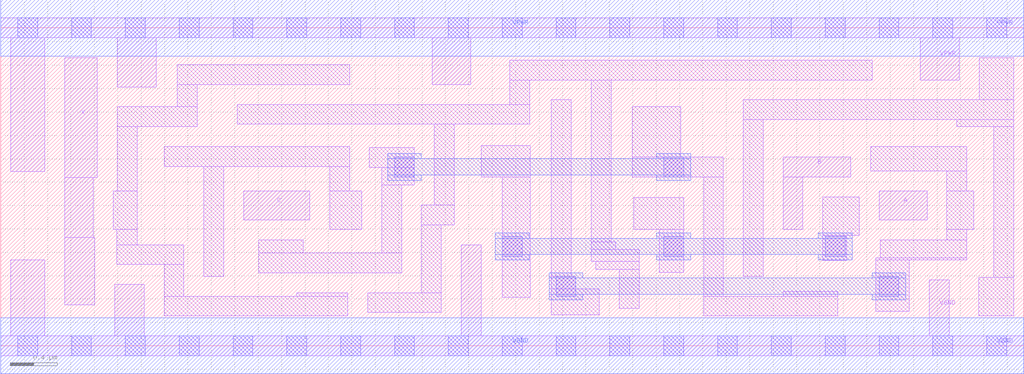
<source format=lef>
# Copyright 2020 The SkyWater PDK Authors
#
# Licensed under the Apache License, Version 2.0 (the "License");
# you may not use this file except in compliance with the License.
# You may obtain a copy of the License at
#
#     https://www.apache.org/licenses/LICENSE-2.0
#
# Unless required by applicable law or agreed to in writing, software
# distributed under the License is distributed on an "AS IS" BASIS,
# WITHOUT WARRANTIES OR CONDITIONS OF ANY KIND, either express or implied.
# See the License for the specific language governing permissions and
# limitations under the License.
#
# SPDX-License-Identifier: Apache-2.0

VERSION 5.7 ;
  NAMESCASESENSITIVE ON ;
  NOWIREEXTENSIONATPIN ON ;
  DIVIDERCHAR "/" ;
  BUSBITCHARS "[]" ;
UNITS
  DATABASE MICRONS 200 ;
END UNITS
MACRO sky130_fd_sc_hd__xnor3_2
  CLASS CORE ;
  SOURCE USER ;
  FOREIGN sky130_fd_sc_hd__xnor3_2 ;
  ORIGIN  0.000000  0.000000 ;
  SIZE  8.740000 BY  2.720000 ;
  SYMMETRY X Y R90 ;
  SITE unithd ;
  PIN A
    ANTENNAGATEAREA  0.246000 ;
    DIRECTION INPUT ;
    USE SIGNAL ;
    PORT
      LAYER li1 ;
        RECT 7.505000 1.075000 7.915000 1.325000 ;
    END
  END A
  PIN B
    ANTENNAGATEAREA  0.661500 ;
    DIRECTION INPUT ;
    USE SIGNAL ;
    PORT
      LAYER li1 ;
        RECT 6.685000 0.995000 6.855000 1.445000 ;
        RECT 6.685000 1.445000 7.265000 1.615000 ;
    END
  END B
  PIN C
    ANTENNAGATEAREA  0.381000 ;
    DIRECTION INPUT ;
    USE SIGNAL ;
    PORT
      LAYER li1 ;
        RECT 2.075000 1.075000 2.640000 1.325000 ;
    END
  END C
  PIN X
    ANTENNADIFFAREA  0.445500 ;
    DIRECTION OUTPUT ;
    USE SIGNAL ;
    PORT
      LAYER li1 ;
        RECT 0.545000 0.350000 0.805000 0.925000 ;
        RECT 0.545000 0.925000 0.790000 1.440000 ;
        RECT 0.545000 1.440000 0.825000 2.465000 ;
    END
  END X
  PIN VGND
    DIRECTION INOUT ;
    SHAPE ABUTMENT ;
    USE GROUND ;
    PORT
      LAYER li1 ;
        RECT 0.000000 -0.085000 8.740000 0.085000 ;
        RECT 0.085000  0.085000 0.375000 0.735000 ;
        RECT 0.975000  0.085000 1.225000 0.525000 ;
        RECT 3.935000  0.085000 4.105000 0.865000 ;
        RECT 7.935000  0.085000 8.105000 0.565000 ;
      LAYER mcon ;
        RECT 0.145000 -0.085000 0.315000 0.085000 ;
        RECT 0.605000 -0.085000 0.775000 0.085000 ;
        RECT 1.065000 -0.085000 1.235000 0.085000 ;
        RECT 1.525000 -0.085000 1.695000 0.085000 ;
        RECT 1.985000 -0.085000 2.155000 0.085000 ;
        RECT 2.445000 -0.085000 2.615000 0.085000 ;
        RECT 2.905000 -0.085000 3.075000 0.085000 ;
        RECT 3.365000 -0.085000 3.535000 0.085000 ;
        RECT 3.825000 -0.085000 3.995000 0.085000 ;
        RECT 4.285000 -0.085000 4.455000 0.085000 ;
        RECT 4.745000 -0.085000 4.915000 0.085000 ;
        RECT 5.205000 -0.085000 5.375000 0.085000 ;
        RECT 5.665000 -0.085000 5.835000 0.085000 ;
        RECT 6.125000 -0.085000 6.295000 0.085000 ;
        RECT 6.585000 -0.085000 6.755000 0.085000 ;
        RECT 7.045000 -0.085000 7.215000 0.085000 ;
        RECT 7.505000 -0.085000 7.675000 0.085000 ;
        RECT 7.965000 -0.085000 8.135000 0.085000 ;
        RECT 8.425000 -0.085000 8.595000 0.085000 ;
      LAYER met1 ;
        RECT 0.000000 -0.240000 8.740000 0.240000 ;
    END
  END VGND
  PIN VPWR
    DIRECTION INOUT ;
    SHAPE ABUTMENT ;
    USE POWER ;
    PORT
      LAYER li1 ;
        RECT 0.000000 2.635000 8.740000 2.805000 ;
        RECT 0.085000 1.490000 0.375000 2.635000 ;
        RECT 0.995000 2.215000 1.330000 2.635000 ;
        RECT 3.685000 2.235000 4.015000 2.635000 ;
        RECT 7.855000 2.275000 8.190000 2.635000 ;
      LAYER mcon ;
        RECT 0.145000 2.635000 0.315000 2.805000 ;
        RECT 0.605000 2.635000 0.775000 2.805000 ;
        RECT 1.065000 2.635000 1.235000 2.805000 ;
        RECT 1.525000 2.635000 1.695000 2.805000 ;
        RECT 1.985000 2.635000 2.155000 2.805000 ;
        RECT 2.445000 2.635000 2.615000 2.805000 ;
        RECT 2.905000 2.635000 3.075000 2.805000 ;
        RECT 3.365000 2.635000 3.535000 2.805000 ;
        RECT 3.825000 2.635000 3.995000 2.805000 ;
        RECT 4.285000 2.635000 4.455000 2.805000 ;
        RECT 4.745000 2.635000 4.915000 2.805000 ;
        RECT 5.205000 2.635000 5.375000 2.805000 ;
        RECT 5.665000 2.635000 5.835000 2.805000 ;
        RECT 6.125000 2.635000 6.295000 2.805000 ;
        RECT 6.585000 2.635000 6.755000 2.805000 ;
        RECT 7.045000 2.635000 7.215000 2.805000 ;
        RECT 7.505000 2.635000 7.675000 2.805000 ;
        RECT 7.965000 2.635000 8.135000 2.805000 ;
        RECT 8.425000 2.635000 8.595000 2.805000 ;
      LAYER met1 ;
        RECT 0.000000 2.480000 8.740000 2.960000 ;
    END
  END VPWR
  OBS
    LAYER li1 ;
      RECT 0.960000 0.995000 1.165000 1.325000 ;
      RECT 0.990000 0.695000 1.565000 0.865000 ;
      RECT 0.990000 0.865000 1.165000 0.995000 ;
      RECT 0.995000 1.325000 1.165000 1.875000 ;
      RECT 0.995000 1.875000 1.680000 2.045000 ;
      RECT 1.395000 0.255000 2.965000 0.425000 ;
      RECT 1.395000 0.425000 1.565000 0.695000 ;
      RECT 1.395000 1.535000 2.980000 1.705000 ;
      RECT 1.510000 2.045000 1.680000 2.235000 ;
      RECT 1.510000 2.235000 2.980000 2.405000 ;
      RECT 1.735000 0.595000 1.905000 1.535000 ;
      RECT 2.020000 1.895000 4.520000 2.065000 ;
      RECT 2.205000 0.625000 3.425000 0.795000 ;
      RECT 2.205000 0.795000 2.585000 0.905000 ;
      RECT 2.530000 0.425000 2.965000 0.455000 ;
      RECT 2.810000 0.995000 3.085000 1.325000 ;
      RECT 2.810000 1.325000 2.980000 1.535000 ;
      RECT 3.135000 0.285000 3.765000 0.455000 ;
      RECT 3.150000 1.525000 3.535000 1.695000 ;
      RECT 3.255000 0.795000 3.425000 1.375000 ;
      RECT 3.255000 1.375000 3.535000 1.525000 ;
      RECT 3.595000 0.455000 3.765000 1.035000 ;
      RECT 3.595000 1.035000 3.875000 1.205000 ;
      RECT 3.705000 1.205000 3.875000 1.895000 ;
      RECT 4.105000 1.445000 4.525000 1.715000 ;
      RECT 4.285000 0.415000 4.525000 1.445000 ;
      RECT 4.350000 2.065000 4.520000 2.275000 ;
      RECT 4.350000 2.275000 7.445000 2.445000 ;
      RECT 4.705000 0.265000 5.115000 0.485000 ;
      RECT 4.705000 0.485000 4.915000 0.595000 ;
      RECT 4.705000 0.595000 4.875000 2.105000 ;
      RECT 5.045000 0.720000 5.455000 0.825000 ;
      RECT 5.045000 0.825000 5.255000 0.890000 ;
      RECT 5.045000 0.890000 5.215000 2.275000 ;
      RECT 5.085000 0.655000 5.455000 0.720000 ;
      RECT 5.285000 0.320000 5.455000 0.655000 ;
      RECT 5.395000 1.445000 6.175000 1.615000 ;
      RECT 5.395000 1.615000 5.810000 2.045000 ;
      RECT 5.410000 0.995000 5.835000 1.270000 ;
      RECT 5.625000 0.630000 5.835000 0.995000 ;
      RECT 6.005000 0.255000 7.150000 0.425000 ;
      RECT 6.005000 0.425000 6.175000 1.445000 ;
      RECT 6.345000 0.595000 6.515000 1.935000 ;
      RECT 6.345000 1.935000 8.655000 2.105000 ;
      RECT 6.685000 0.425000 7.150000 0.465000 ;
      RECT 7.025000 0.730000 7.230000 0.945000 ;
      RECT 7.025000 0.945000 7.335000 1.275000 ;
      RECT 7.435000 1.495000 8.255000 1.705000 ;
      RECT 7.475000 0.295000 7.765000 0.735000 ;
      RECT 7.475000 0.735000 8.255000 0.750000 ;
      RECT 7.515000 0.750000 8.255000 0.905000 ;
      RECT 8.085000 0.905000 8.255000 0.995000 ;
      RECT 8.085000 0.995000 8.315000 1.325000 ;
      RECT 8.085000 1.325000 8.255000 1.495000 ;
      RECT 8.170000 1.875000 8.655000 1.935000 ;
      RECT 8.355000 0.255000 8.655000 0.585000 ;
      RECT 8.360000 2.105000 8.655000 2.465000 ;
      RECT 8.485000 0.585000 8.655000 1.875000 ;
    LAYER mcon ;
      RECT 3.365000 1.445000 3.535000 1.615000 ;
      RECT 4.285000 0.765000 4.455000 0.935000 ;
      RECT 4.745000 0.425000 4.915000 0.595000 ;
      RECT 5.665000 0.765000 5.835000 0.935000 ;
      RECT 5.665000 1.445000 5.835000 1.615000 ;
      RECT 7.045000 0.765000 7.215000 0.935000 ;
      RECT 7.505000 0.425000 7.675000 0.595000 ;
    LAYER met1 ;
      RECT 3.305000 1.415000 3.595000 1.460000 ;
      RECT 3.305000 1.460000 5.895000 1.600000 ;
      RECT 3.305000 1.600000 3.595000 1.645000 ;
      RECT 4.225000 0.735000 4.515000 0.780000 ;
      RECT 4.225000 0.780000 7.275000 0.920000 ;
      RECT 4.225000 0.920000 4.515000 0.965000 ;
      RECT 4.685000 0.395000 4.975000 0.440000 ;
      RECT 4.685000 0.440000 7.735000 0.580000 ;
      RECT 4.685000 0.580000 4.975000 0.625000 ;
      RECT 5.605000 0.735000 5.895000 0.780000 ;
      RECT 5.605000 0.920000 5.895000 0.965000 ;
      RECT 5.605000 1.415000 5.895000 1.460000 ;
      RECT 5.605000 1.600000 5.895000 1.645000 ;
      RECT 6.985000 0.735000 7.275000 0.780000 ;
      RECT 6.985000 0.920000 7.275000 0.965000 ;
      RECT 7.445000 0.395000 7.735000 0.440000 ;
      RECT 7.445000 0.580000 7.735000 0.625000 ;
  END
END sky130_fd_sc_hd__xnor3_2

</source>
